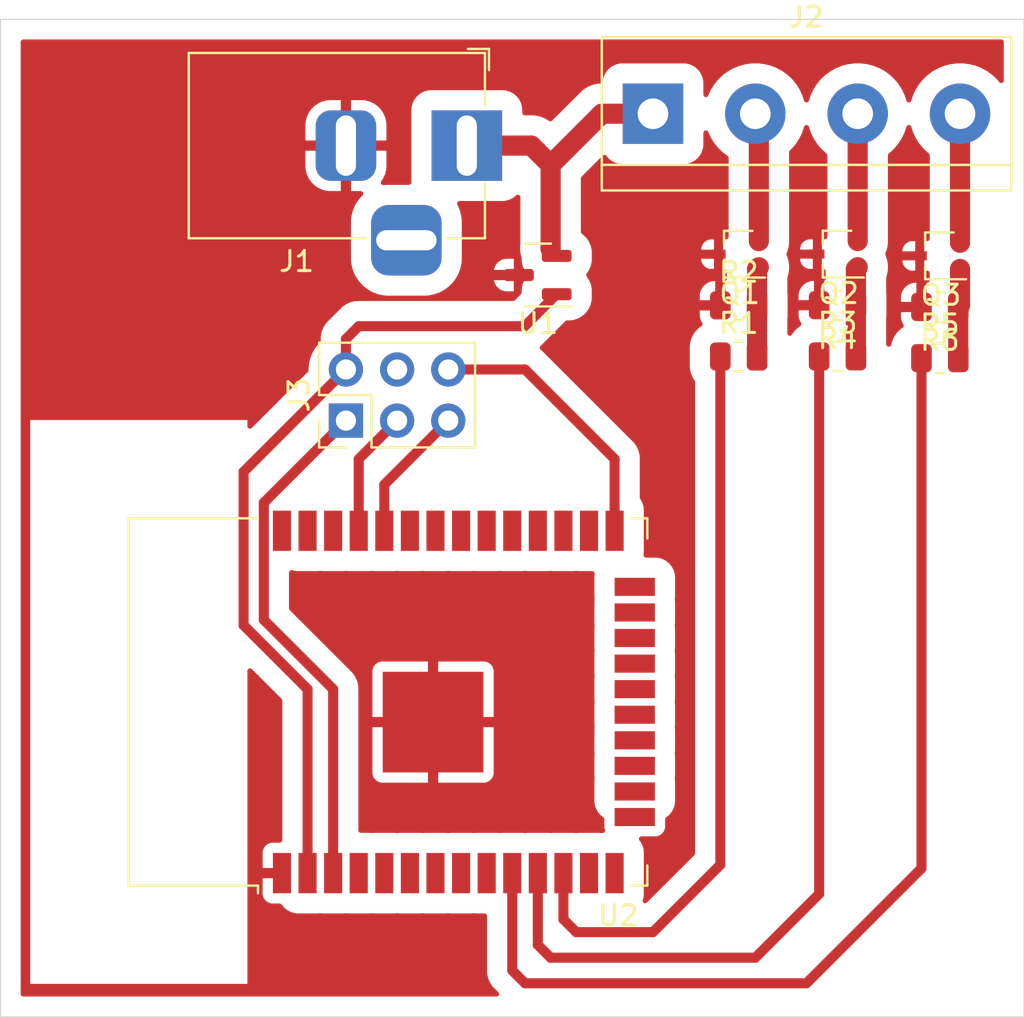
<source format=kicad_pcb>
(kicad_pcb (version 20211014) (generator pcbnew)
  (layers (0 "F.Cu" signal) (31 "B.Cu" signal) (34 "B.Paste" user) (35 "F.Paste" user) (36 "B.SilkS" user "B.Silkscreen") (37 "F.SilkS" user "F.Silkscreen") (38 "B.Mask" user) (39 "F.Mask" user) (44 "Edge.Cuts" user))
  (net 0 "")
  (net 1 "+12V")
  (net 2 "BLUE_PIN")
  (net 3 "GND")
  (net 4 "GREEN_PIN")
  (net 5 "RED_PIN")
  (net 6 "Net-(Q2-Pad1)")
  (net 7 "GREEN_WIRE")
  (net 8 "RED_WIRE")
  (net 9 "BLUE_WIRE")
  (net 10 "ESP_EN")
  (net 11 "+3.3V")
  (net 12 "ESP_TXD")
  (net 13 "ESP_RXD")
  (net 14 "ESP_BOOT")
  (net 15 "Net-(R2-Pad2)")
  (net 16 "Net-(R6-Pad1)")
  (footprint "Resistor_SMD:R_0805_2012Metric" (layer "F.Cu") (at 64.245 30.55 180)
    (fp_text reference "R4" (at 0 -1.65) (layer "F.SilkS"))
    (fp_text value "10K")
    (fp_line (start -0.227064 -0.735) (end 0.227064 -0.735) (layer "F.SilkS") (width 0.12))
    (fp_line (start -0.227064 0.735) (end 0.227064 0.735) (layer "F.SilkS") (width 0.12))
    (pad "1" smd roundrect (at -0.9125 0 180) (size 1.025 1.4) (layers "F.Cu" "F.Paste" "F.Mask") (roundrect_rratio 0.243902) (net 6 "Net-(Q2-Pad1)"))
    (pad "2" smd roundrect (at 0.9125 0 180) (size 1.025 1.4) (layers "F.Cu" "F.Paste" "F.Mask") (roundrect_rratio 0.243902) (net 3 "GND"))
  )
  (footprint "Resistor_SMD:R_0805_2012Metric" (layer "F.Cu") (at 69.325 30.6375 180)
    (fp_text reference "R6" (at 0 -1.65) (layer "F.SilkS"))
    (fp_text value "10K")
    (fp_line (start -0.227064 0.735) (end 0.227064 0.735) (layer "F.SilkS") (width 0.12))
    (fp_line (start -0.227064 -0.735) (end 0.227064 -0.735) (layer "F.SilkS") (width 0.12))
    (pad "1" smd roundrect (at -0.9125 0 180) (size 1.025 1.4) (layers "F.Cu" "F.Paste" "F.Mask") (roundrect_rratio 0.243902) (net 16 "Net-(R6-Pad1)"))
    (pad "2" smd roundrect (at 0.9125 0 180) (size 1.025 1.4) (layers "F.Cu" "F.Paste" "F.Mask") (roundrect_rratio 0.243902) (net 3 "GND"))
  )
  (footprint "Package_TO_SOT_SMD:SOT-323_SC-70" (layer "F.Cu") (at 64.245 28.01 180)
    (fp_text reference "Q2" (at -0.05 -1.95) (layer "F.SilkS"))
    (fp_text value "IRF540N")
    (fp_line (start 0.73 0.5) (end 0.73 1.16) (layer "F.SilkS") (width 0.12))
    (fp_line (start -0.68 1.16) (end 0.73 1.16) (layer "F.SilkS") (width 0.12))
    (fp_line (start 0.73 -1.16) (end 0.73 -0.5) (layer "F.SilkS") (width 0.12))
    (fp_line (start 0.73 -1.16) (end -1.3 -1.16) (layer "F.SilkS") (width 0.12))
    (pad "1" smd rect (at -1 -0.65 90) (size 0.45 0.7) (layers "F.Cu" "F.Paste" "F.Mask") (net 6 "Net-(Q2-Pad1)"))
    (pad "2" smd rect (at -1 0.65 90) (size 0.45 0.7) (layers "F.Cu" "F.Paste" "F.Mask") (net 8 "RED_WIRE"))
    (pad "3" smd rect (at 1 0 90) (size 0.45 0.7) (layers "F.Cu" "F.Paste" "F.Mask") (net 3 "GND"))
  )
  (footprint "Resistor_SMD:R_0805_2012Metric" (layer "F.Cu") (at 69.325 33.1775)
    (fp_text reference "R5" (at 0 -1.65) (layer "F.SilkS"))
    (fp_text value "100")
    (fp_line (start -0.227064 0.735) (end 0.227064 0.735) (layer "F.SilkS") (width 0.12))
    (fp_line (start -0.227064 -0.735) (end 0.227064 -0.735) (layer "F.SilkS") (width 0.12))
    (pad "1" smd roundrect (at -0.9125 0) (size 1.025 1.4) (layers "F.Cu" "F.Paste" "F.Mask") (roundrect_rratio 0.243902) (net 2 "BLUE_PIN"))
    (pad "2" smd roundrect (at 0.9125 0) (size 1.025 1.4) (layers "F.Cu" "F.Paste" "F.Mask") (roundrect_rratio 0.243902) (net 16 "Net-(R6-Pad1)"))
  )
  (footprint "Resistor_SMD:R_0805_2012Metric" (layer "F.Cu") (at 59.34 30.555)
    (fp_text reference "R2" (at 0 -1.65) (layer "F.SilkS"))
    (fp_text value "10K")
    (fp_line (start -0.227064 0.735) (end 0.227064 0.735) (layer "F.SilkS") (width 0.12))
    (fp_line (start -0.227064 -0.735) (end 0.227064 -0.735) (layer "F.SilkS") (width 0.12))
    (pad "1" smd roundrect (at -0.9125 0) (size 1.025 1.4) (layers "F.Cu" "F.Paste" "F.Mask") (roundrect_rratio 0.243902) (net 3 "GND"))
    (pad "2" smd roundrect (at 0.9125 0) (size 1.025 1.4) (layers "F.Cu" "F.Paste" "F.Mask") (roundrect_rratio 0.243902) (net 15 "Net-(R2-Pad2)"))
  )
  (footprint "Connector_PinHeader_2.54mm:PinHeader_2x03_P2.54mm_Vertical" (layer "F.Cu") (at 39.845 36.28 90)
    (fp_text reference "J3" (at 1.27 -2.33 90) (layer "F.SilkS"))
    (fp_text value "UART")
    (fp_line (start 3.87 -1.33) (end 3.87 6.41) (layer "F.SilkS") (width 0.12))
    (fp_line (start -1.33 0) (end -1.33 -1.33) (layer "F.SilkS") (width 0.12))
    (fp_line (start -1.33 6.41) (end 3.87 6.41) (layer "F.SilkS") (width 0.12))
    (fp_line (start -1.33 -1.33) (end 0 -1.33) (layer "F.SilkS") (width 0.12))
    (fp_line (start -1.33 1.27) (end -1.33 6.41) (layer "F.SilkS") (width 0.12))
    (fp_line (start 1.27 -1.33) (end 3.87 -1.33) (layer "F.SilkS") (width 0.12))
    (fp_line (start 1.27 1.27) (end 1.27 -1.33) (layer "F.SilkS") (width 0.12))
    (fp_line (start -1.33 1.27) (end 1.27 1.27) (layer "F.SilkS") (width 0.12))
    (pad "1" thru_hole rect (at 0 0 90) (size 1.7 1.7) (drill 1) (layers *.Cu *.Mask) (net 10 "ESP_EN"))
    (pad "2" thru_hole oval (at 2.54 0 90) (size 1.7 1.7) (drill 1) (layers *.Cu *.Mask) (net 11 "+3.3V"))
    (pad "3" thru_hole oval (at 0 2.54 90) (size 1.7 1.7) (drill 1) (layers *.Cu *.Mask) (net 12 "ESP_TXD"))
    (pad "4" thru_hole oval (at 2.54 2.54 90) (size 1.7 1.7) (drill 1) (layers *.Cu *.Mask) (net 3 "GND"))
    (pad "5" thru_hole oval (at 0 5.08 90) (size 1.7 1.7) (drill 1) (layers *.Cu *.Mask) (net 13 "ESP_RXD"))
    (pad "6" thru_hole oval (at 2.54 5.08 90) (size 1.7 1.7) (drill 1) (layers *.Cu *.Mask) (net 14 "ESP_BOOT"))
  )
  (footprint "Package_TO_SOT_SMD:SOT-323_SC-70" (layer "F.Cu") (at 59.34 28.015 180)
    (fp_text reference "Q1" (at -0.05 -1.95) (layer "F.SilkS"))
    (fp_text value "IRF540N")
    (fp_line (start -0.68 1.16) (end 0.73 1.16) (layer "F.SilkS") (width 0.12))
    (fp_line (start 0.73 -1.16) (end 0.73 -0.5) (layer "F.SilkS") (width 0.12))
    (fp_line (start 0.73 -1.16) (end -1.3 -1.16) (layer "F.SilkS") (width 0.12))
    (fp_line (start 0.73 0.5) (end 0.73 1.16) (layer "F.SilkS") (width 0.12))
    (pad "1" smd rect (at -1 -0.65 90) (size 0.45 0.7) (layers "F.Cu" "F.Paste" "F.Mask") (net 15 "Net-(R2-Pad2)"))
    (pad "2" smd rect (at -1 0.65 90) (size 0.45 0.7) (layers "F.Cu" "F.Paste" "F.Mask") (net 7 "GREEN_WIRE"))
    (pad "3" smd rect (at 1 0 90) (size 0.45 0.7) (layers "F.Cu" "F.Paste" "F.Mask") (net 3 "GND"))
  )
  (footprint "TerminalBlock:TerminalBlock_bornier-4_P5.08mm" (layer "F.Cu") (at 55.085 21.04)
    (fp_text reference "J2" (at 7.6 -4.8) (layer "F.SilkS"))
    (fp_text value "RGB_WIRES")
    (fp_line (start -2.54 -3.81) (end -2.54 3.81) (layer "F.SilkS") (width 0.12))
    (fp_line (start -2.54 -3.81) (end 17.78 -3.81) (layer "F.SilkS") (width 0.12))
    (fp_line (start 17.78 2.54) (end -2.54 2.54) (layer "F.SilkS") (width 0.12))
    (fp_line (start 17.78 3.81) (end 17.78 -3.81) (layer "F.SilkS") (width 0.12))
    (fp_line (start -2.54 3.81) (end 17.78 3.81) (layer "F.SilkS") (width 0.12))
    (pad "1" thru_hole rect (at 0 0) (size 3 3) (drill 1.52) (layers *.Cu *.Mask) (net 1 "+12V"))
    (pad "2" thru_hole circle (at 5.08 0) (size 3 3) (drill 1.52) (layers *.Cu *.Mask) (net 7 "GREEN_WIRE"))
    (pad "3" thru_hole circle (at 10.16 0) (size 3 3) (drill 1.52) (layers *.Cu *.Mask) (net 8 "RED_WIRE"))
    (pad "4" thru_hole circle (at 15.24 0) (size 3 3) (drill 1.52) (layers *.Cu *.Mask) (net 9 "BLUE_WIRE"))
  )
  (footprint "Resistor_SMD:R_0805_2012Metric" (layer "F.Cu") (at 64.245 33.09)
    (fp_text reference "R3" (at 0 -1.65) (layer "F.SilkS"))
    (fp_text value "100")
    (fp_line (start -0.227064 0.735) (end 0.227064 0.735) (layer "F.SilkS") (width 0.12))
    (fp_line (start -0.227064 -0.735) (end 0.227064 -0.735) (layer "F.SilkS") (width 0.12))
    (pad "1" smd roundrect (at -0.9125 0) (size 1.025 1.4) (layers "F.Cu" "F.Paste" "F.Mask") (roundrect_rratio 0.243902) (net 5 "RED_PIN"))
    (pad "2" smd roundrect (at 0.9125 0) (size 1.025 1.4) (layers "F.Cu" "F.Paste" "F.Mask") (roundrect_rratio 0.243902) (net 6 "Net-(Q2-Pad1)"))
  )
  (footprint "Package_TO_SOT_SMD:SOT-323_SC-70" (layer "F.Cu") (at 69.325 28.0975 180)
    (fp_text reference "Q3" (at -0.05 -1.95) (layer "F.SilkS"))
    (fp_text value "IRF540N")
    (fp_line (start 0.73 -1.16) (end 0.73 -0.5) (layer "F.SilkS") (width 0.12))
    (fp_line (start 0.73 0.5) (end 0.73 1.16) (layer "F.SilkS") (width 0.12))
    (fp_line (start -0.68 1.16) (end 0.73 1.16) (layer "F.SilkS") (width 0.12))
    (fp_line (start 0.73 -1.16) (end -1.3 -1.16) (layer "F.SilkS") (width 0.12))
    (pad "1" smd rect (at -1 -0.65 90) (size 0.45 0.7) (layers "F.Cu" "F.Paste" "F.Mask") (net 16 "Net-(R6-Pad1)"))
    (pad "2" smd rect (at -1 0.65 90) (size 0.45 0.7) (layers "F.Cu" "F.Paste" "F.Mask") (net 9 "BLUE_WIRE"))
    (pad "3" smd rect (at 1 0 90) (size 0.45 0.7) (layers "F.Cu" "F.Paste" "F.Mask") (net 3 "GND"))
  )
  (footprint "Package_TO_SOT_SMD:SOT-23" (layer "F.Cu") (at 49.37 29.05 180)
    (fp_text reference "U1" (at 0 -2.4) (layer "F.SilkS"))
    (fp_text value "LM3480-3.3")
    (fp_line (start 0 -1.56) (end 0.65 -1.56) (layer "F.SilkS") (width 0.12))
    (fp_line (start 0 1.56) (end -0.65 1.56) (layer "F.SilkS") (width 0.12))
    (fp_line (start 0 1.56) (end 0.65 1.56) (layer "F.SilkS") (width 0.12))
    (fp_line (start 0 -1.56) (end -1.675 -1.56) (layer "F.SilkS") (width 0.12))
    (pad "1" smd roundrect (at -0.9375 -0.95 180) (size 1.475 0.6) (layers "F.Cu" "F.Paste" "F.Mask") (net 11 "+3.3V"))
    (pad "2" smd roundrect (at -0.9375 0.95 180) (size 1.475 0.6) (layers "F.Cu" "F.Paste" "F.Mask") (net 1 "+12V"))
    (pad "3" smd roundrect (at 0.9375 0 180) (size 1.475 0.6) (layers "F.Cu" "F.Paste" "F.Mask") (net 3 "GND"))
  )
  (footprint "RF_Module:ESP32-WROOM-32" (layer "F.Cu") (at 44.925 50.25 90)
    (fp_text reference "U2" (at -10.61 8.43) (layer "F.SilkS"))
    (fp_text value "ESP32-WROOM-32D")
    (fp_line (start -9.12 9.88) (end -8.12 9.88) (layer "F.SilkS") (width 0.12))
    (fp_line (start -9.12 9.1) (end -9.12 9.88) (layer "F.SilkS") (width 0.12))
    (fp_line (start -9.12 -9.445) (end -9.5 -9.445) (layer "F.SilkS") (width 0.12))
    (fp_line (start 9.12 9.88) (end 8.12 9.88) (layer "F.SilkS") (width 0.12))
    (fp_line (start -9.12 -15.865) (end 9.12 -15.865) (layer "F.SilkS") (width 0.12))
    (fp_line (start -9.12 -15.865) (end -9.12 -9.445) (layer "F.SilkS") (width 0.12))
    (fp_line (start 9.12 -15.865) (end 9.12 -9.445) (layer "F.SilkS") (width 0.12))
    (fp_line (start 9.12 9.1) (end 9.12 9.88) (layer "F.SilkS") (width 0.12))
    (pad "1" smd rect (at -8.5 -8.255 90) (size 2 0.9) (layers "F.Cu" "F.Paste" "F.Mask") (net 3 "GND"))
    (pad "2" smd rect (at -8.5 -6.985 90) (size 2 0.9) (layers "F.Cu" "F.Paste" "F.Mask") (net 11 "+3.3V"))
    (pad "3" smd rect (at -8.5 -5.715 90) (size 2 0.9) (layers "F.Cu" "F.Paste" "F.Mask") (net 10 "ESP_EN"))
    (pad "4" smd rect (at -8.5 -4.445 90) (size 2 0.9) (layers "F.Cu" "F.Paste" "F.Mask"))
    (pad "5" smd rect (at -8.5 -3.175 90) (size 2 0.9) (layers "F.Cu" "F.Paste" "F.Mask"))
    (pad "6" smd rect (at -8.5 -1.905 90) (size 2 0.9) (layers "F.Cu" "F.Paste" "F.Mask"))
    (pad "7" smd rect (at -8.5 -0.635 90) (size 2 0.9) (layers "F.Cu" "F.Paste" "F.Mask"))
    (pad "8" smd rect (at -8.5 0.635 90) (size 2 0.9) (layers "F.Cu" "F.Paste" "F.Mask"))
    (pad "9" smd rect (at -8.5 1.905 90) (size 2 0.9) (layers "F.Cu" "F.Paste" "F.Mask"))
    (pad "10" smd rect (at -8.5 3.175 90) (size 2 0.9) (layers "F.Cu" "F.Paste" "F.Mask") (net 2 "BLUE_PIN"))
    (pad "11" smd rect (at -8.5 4.445 90) (size 2 0.9) (layers "F.Cu" "F.Paste" "F.Mask") (net 5 "RED_PIN"))
    (pad "12" smd rect (at -8.5 5.715 90) (size 2 0.9) (layers "F.Cu" "F.Paste" "F.Mask") (net 4 "GREEN_PIN"))
    (pad "13" smd rect (at -8.5 6.985 90) (size 2 0.9) (layers "F.Cu" "F.Paste" "F.Mask"))
    (pad "14" smd rect (at -8.5 8.255 90) (size 2 0.9) (layers "F.Cu" "F.Paste" "F.Mask"))
    (pad "15" smd rect (at -5.715 9.255 180) (size 2 0.9) (layers "F.Cu" "F.Paste" "F.Mask") (net 3 "GND"))
    (pad "16" smd rect (at -4.445 9.255 180) (size 2 0.9) (layers "F.Cu" "F.Paste" "F.Mask"))
    (pad "17" smd rect (at -3.175 9.255 180) (size 2 0.9) (layers "F.Cu" "F.Paste" "F.Mask"))
    (pad "18" smd rect (at -1.905 9.255 180) (size 2 0.9) (layers "F.Cu" "F.Paste" "F.Mask"))
    (pad "19" smd rect (at -0.635 9.255 180) (size 2 0.9) (layers "F.Cu" "F.Paste" "F.Mask"))
    (pad "20" smd rect (at 0.635 9.255 180) (size 2 0.9) (layers "F.Cu" "F.Paste" "F.Mask"))
    (pad "21" smd rect (at 1.905 9.255 180) (size 2 0.9) (layers "F.Cu" "F.Paste" "F.Mask"))
    (pad "22" smd rect (at 3.175 9.255 180) (size 2 0.9) (layers "F.Cu" "F.Paste" "F.Mask"))
    (pad "23" smd rect (at 4.445 9.255 180) (size 2 0.9) (layers "F.Cu" "F.Paste" "F.Mask"))
    (pad "24" smd rect (at 5.715 9.255 180) (size 2 0.9) (layers "F.Cu" "F.Paste" "F.Mask"))
    (pad "25" smd rect (at 8.5 8.255 90) (size 2 0.9) (layers "F.Cu" "F.Paste" "F.Mask") (net 14 "ESP_BOOT"))
    (pad "26" smd rect (at 8.5 6.985 90) (size 2 0.9) (layers "F.Cu" "F.Paste" "F.Mask"))
    (pad "27" smd rect (at 8.5 5.715 90) (size 2 0.9) (layers "F.Cu" "F.Paste" "F.Mask"))
    (pad "28" smd rect (at 8.5 4.445 90) (size 2 0.9) (layers "F.Cu" "F.Paste" "F.Mask"))
    (pad "29" smd rect (at 8.5 3.175 90) (size 2 0.9) (layers "F.Cu" "F.Paste" "F.Mask"))
    (pad "30" smd rect (at 8.5 1.905 90) (size 2 0.9) (layers "F.Cu" "F.Paste" "F.Mask"))
    (pad "31" smd rect (at 8.5 0.635 90) (size 2 0.9) (layers "F.Cu" "F.Paste" "F.Mask"))
    (pad "32" smd rect (at 8.5 -0.635 90) (size 2 0.9) (layers "F.Cu" "F.Paste" "F.Mask"))
    (pad "33" smd rect (at 8.5 -1.905 90) (size 2 0.9) (layers "F.Cu" "F.Paste" "F.Mask"))
    (pad "34" smd rect (at 8.5 -3.175 90) (size 2 0.9) (layers "F.Cu" "F.Paste" "F.Mask") (net 13 "ESP_RXD"))
    (pad "35" smd rect (at 8.5 -4.445 90) (size 2 0.9) (layers "F.Cu" "F.Paste" "F.Mask") (net 12 "ESP_TXD"))
    (pad "36" smd rect (at 8.5 -5.715 90) (size 2 0.9) (layers "F.Cu" "F.Paste" "F.Mask"))
    (pad "37" smd rect (at 8.5 -6.985 90) (size 2 0.9) (layers "F.Cu" "F.Paste" "F.Mask"))
    (pad "38" smd rect (at 8.5 -8.255 90) (size 2 0.9) (layers "F.Cu" "F.Paste" "F.Mask") (net 3 "GND"))
    (pad "39" smd rect (at -1 -0.755 90) (size 5 5) (layers "F.Cu" "F.Paste" "F.Mask") (net 3 "GND"))
    (zone (net 0) (net_name "") (layers *.Cu) (connect_pads (clearance 0)) (min_thickness 0.254)
      (keepout (tracks not_allowed) (vias not_allowed) (pads not_allowed) (copperpour not_allowed) (footprints not_allowed))
      (fill (thermal_gap 0.508) (thermal_bridge_width 0.508))
      (polygon (pts (xy 34.955 64.25) (xy 34.955 36.25) (xy 24.175 36.25) (xy 24.175 64.25)))
    )
  )
  (footprint "Resistor_SMD:R_0805_2012Metric" (layer "F.Cu") (at 59.34 33.095)
    (fp_text reference "R1" (at 0 -1.65) (layer "F.SilkS"))
    (fp_text value "100")
    (fp_line (start -0.227064 0.735) (end 0.227064 0.735) (layer "F.SilkS") (width 0.12))
    (fp_line (start -0.227064 -0.735) (end 0.227064 -0.735) (layer "F.SilkS") (width 0.12))
    (pad "1" smd roundrect (at -0.9125 0) (size 1.025 1.4) (layers "F.Cu" "F.Paste" "F.Mask") (roundrect_rratio 0.243902) (net 4 "GREEN_PIN"))
    (pad "2" smd roundrect (at 0.9125 0) (size 1.025 1.4) (layers "F.Cu" "F.Paste" "F.Mask") (roundrect_rratio 0.243902) (net 15 "Net-(R2-Pad2)"))
  )
  (footprint "Connector_BarrelJack:BarrelJack_Horizontal" (layer "F.Cu") (at 45.845 22.6225)
    (fp_text reference "J1" (at -8.45 5.75) (layer "F.SilkS"))
    (fp_text value "Barrel_Jack")
    (fp_line (start 0.9 4.6) (end -1 4.6) (layer "F.SilkS") (width 0.12))
    (fp_line (start -13.8 -4.6) (end 0.9 -4.6) (layer "F.SilkS") (width 0.12))
    (fp_line (start -13.8 4.6) (end -13.8 -4.6) (layer "F.SilkS") (width 0.12))
    (fp_line (start -5 4.6) (end -13.8 4.6) (layer "F.SilkS") (width 0.12))
    (fp_line (start 1.1 -3.75) (end 1.1 -4.8) (layer "F.SilkS") (width 0.12))
    (fp_line (start 0.9 1.9) (end 0.9 4.6) (layer "F.SilkS") (width 0.12))
    (fp_line (start 0.05 -4.8) (end 1.1 -4.8) (layer "F.SilkS") (width 0.12))
    (fp_line (start 0.9 -4.6) (end 0.9 -2) (layer "F.SilkS") (width 0.12))
    (pad "1" thru_hole rect (at 0 0) (size 3.5 3.5) (drill oval 1 3) (layers *.Cu *.Mask) (net 1 "+12V"))
    (pad "2" thru_hole roundrect (at -6 0) (size 3 3.5) (drill oval 1 3) (layers *.Cu *.Mask) (net 3 "GND"))
    (pad "3" thru_hole roundrect (at -3 4.7) (size 3.5 3.5) (drill oval 3 1) (layers *.Cu *.Mask))
  )
  (gr_rect (start 73.5 16.35) (end 22.7 65.88) (layer "Edge.Cuts") (width 0.05) (fill none))
  (segment (start 50.005 23.58) (end 50.005 27.71) (width 1) (layer "F.Cu") (net 1))
  (segment (start 49.0475 22.6225) (end 50.005 23.58) (width 1) (layer "F.Cu") (net 1))
  (segment (start 45.845 22.6225) (end 49.0475 22.6225) (width 1) (layer "F.Cu") (net 1))
  (segment (start 50.005 23.58) (end 52.545 21.04) (width 1) (layer "F.Cu") (net 1))
  (segment (start 52.545 21.04) (end 55.085 21.04) (width 1) (layer "F.Cu") (net 1))
  (segment (start 50.005 27.71) (end 49.9925 27.7225) (width 1) (layer "F.Cu") (net 1))
  (segment (start 62.705 64.22) (end 68.4125 58.5125) (width 0.5) (layer "F.Cu") (net 2))
  (segment (start 68.4125 58.5125) (end 68.4125 33.1775) (width 0.5) (layer "F.Cu") (net 2))
  (segment (start 48.1 63.585) (end 48.735 64.22) (width 0.5) (layer "F.Cu") (net 2))
  (segment (start 48.735 64.22) (end 62.705 64.22) (width 0.5) (layer "F.Cu") (net 2))
  (segment (start 48.1 58.75) (end 48.1 63.585) (width 0.5) (layer "F.Cu") (net 2))
  (segment (start 51.275 61.68) (end 50.64 61.045) (width 0.5) (layer "F.Cu") (net 4))
  (segment (start 55.085 61.68) (end 51.275 61.68) (width 0.5) (layer "F.Cu") (net 4))
  (segment (start 50.64 61.045) (end 50.64 58.75) (width 0.5) (layer "F.Cu") (net 4))
  (segment (start 58.4275 33.095) (end 58.4275 58.3375) (width 0.5) (layer "F.Cu") (net 4))
  (segment (start 58.4275 58.3375) (end 55.085 61.68) (width 0.5) (layer "F.Cu") (net 4))
  (segment (start 63.3325 59.7825) (end 60.165 62.95) (width 0.5) (layer "F.Cu") (net 5))
  (segment (start 49.37 62.315) (end 49.37 58.75) (width 0.5) (layer "F.Cu") (net 5))
  (segment (start 60.165 62.95) (end 50.005 62.95) (width 0.5) (layer "F.Cu") (net 5))
  (segment (start 50.005 62.95) (end 49.37 62.315) (width 0.5) (layer "F.Cu") (net 5))
  (segment (start 63.3325 33.09) (end 63.3325 59.7825) (width 0.5) (layer "F.Cu") (net 5))
  (segment (start 65.1575 30.55) (end 65.1575 28.7475) (width 1) (layer "F.Cu") (net 6))
  (segment (start 65.1575 28.7475) (end 65.245 28.66) (width 1) (layer "F.Cu") (net 6))
  (segment (start 65.1575 33.09) (end 65.1575 30.55) (width 1) (layer "F.Cu") (net 6))
  (segment (start 60.34 21.215) (end 60.165 21.04) (width 1) (layer "F.Cu") (net 7))
  (segment (start 60.34 27.365) (end 60.34 21.215) (width 1) (layer "F.Cu") (net 7))
  (segment (start 65.245 27.36) (end 65.245 21.04) (width 1) (layer "F.Cu") (net 8))
  (segment (start 70.325 21.04) (end 70.325 27.4475) (width 1) (layer "F.Cu") (net 9))
  (segment (start 35.77 40.355) (end 35.77 46.175) (width 0.5) (layer "F.Cu") (net 10))
  (segment (start 39.845 36.28) (end 35.77 40.355) (width 0.5) (layer "F.Cu") (net 10))
  (segment (start 39.21 49.615) (end 39.21 58.75) (width 0.5) (layer "F.Cu") (net 10))
  (segment (start 35.77 46.175) (end 39.21 49.615) (width 0.5) (layer "F.Cu") (net 10))
  (segment (start 39.845 32.225) (end 40.48 31.59) (width 0.5) (layer "F.Cu") (net 11))
  (segment (start 34.765 46.44) (end 37.94 49.615) (width 0.5) (layer "F.Cu") (net 11))
  (segment (start 39.845 33.74) (end 34.765 38.82) (width 0.5) (layer "F.Cu") (net 11))
  (segment (start 48.7175 31.59) (end 50.3075 30) (width 0.5) (layer "F.Cu") (net 11))
  (segment (start 37.94 49.615) (end 37.94 58.75) (width 0.5) (layer "F.Cu") (net 11))
  (segment (start 34.765 38.82) (end 34.765 46.44) (width 0.5) (layer "F.Cu") (net 11))
  (segment (start 40.48 31.59) (end 48.7175 31.59) (width 0.5) (layer "F.Cu") (net 11))
  (segment (start 39.845 33.74) (end 39.845 32.225) (width 0.5) (layer "F.Cu") (net 11))
  (segment (start 42.385 36.28) (end 40.48 38.185) (width 0.5) (layer "F.Cu") (net 12))
  (segment (start 40.48 38.185) (end 40.48 41.75) (width 0.5) (layer "F.Cu") (net 12))
  (segment (start 44.925 36.28) (end 41.75 39.455) (width 0.5) (layer "F.Cu") (net 13))
  (segment (start 41.75 39.455) (end 41.75 41.75) (width 0.5) (layer "F.Cu") (net 13))
  (segment (start 53.18 38.185) (end 53.18 41.75) (width 0.5) (layer "F.Cu") (net 14))
  (segment (start 48.735 33.74) (end 53.18 38.185) (width 0.5) (layer "F.Cu") (net 14))
  (segment (start 44.925 33.74) (end 48.735 33.74) (width 0.5) (layer "F.Cu") (net 14))
  (segment (start 60.2525 30.555) (end 60.2525 28.7525) (width 1) (layer "F.Cu") (net 15))
  (segment (start 60.2525 33.095) (end 60.2525 30.555) (width 1) (layer "F.Cu") (net 15))
  (segment (start 60.2525 28.7525) (end 60.34 28.665) (width 1) (layer "F.Cu") (net 15))
  (segment (start 70.325 28.7475) (end 70.325 30.55) (width 1) (layer "F.Cu") (net 16))
  (segment (start 70.2375 33.1775) (end 70.2375 30.6375) (width 1) (layer "F.Cu") (net 16))
  (segment (start 70.325 30.55) (end 70.2375 30.6375) (width 1) (layer "F.Cu") (net 16))
  (zone (net 3) (net_name "GND") (layer "F.Cu") (connect_pads (clearance 1)) (min_thickness 0.254) (fill yes (thermal_gap 0.508) (thermal_bridge_width 0.508))
    (polygon (pts (xy 73.5 65.88) (xy 22.7 65.88) (xy 22.7 16.35) (xy 73.5 16.35)))
  )
)
</source>
